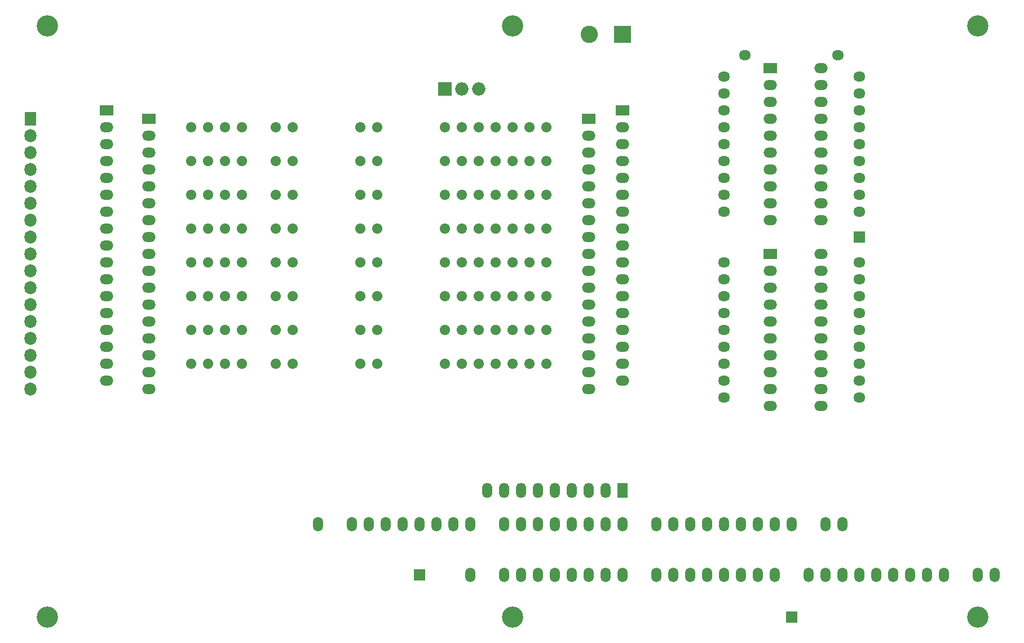
<source format=gbr>
%TF.GenerationSoftware,KiCad,Pcbnew,(5.1.8)-1*%
%TF.CreationDate,2024-06-20T22:43:38+03:00*%
%TF.ProjectId,MUX16bit,4d555831-3662-4697-942e-6b696361645f,rev?*%
%TF.SameCoordinates,Original*%
%TF.FileFunction,Soldermask,Top*%
%TF.FilePolarity,Negative*%
%FSLAX46Y46*%
G04 Gerber Fmt 4.6, Leading zero omitted, Abs format (unit mm)*
G04 Created by KiCad (PCBNEW (5.1.8)-1) date 2024-06-20 22:43:38*
%MOMM*%
%LPD*%
G01*
G04 APERTURE LIST*
%ADD10R,1.700000X1.700000*%
%ADD11O,1.800000X1.500000*%
%ADD12O,1.600000X1.524000*%
%ADD13O,1.500000X2.300000*%
%ADD14R,1.500000X2.300000*%
%ADD15O,2.000000X1.500000*%
%ADD16R,2.000000X1.500000*%
%ADD17O,1.500000X2.200000*%
%ADD18C,3.200000*%
%ADD19O,1.800000X2.000000*%
%ADD20R,1.800000X2.000000*%
%ADD21C,2.600000*%
%ADD22R,2.600000X2.600000*%
%ADD23O,2.000000X2.000000*%
%ADD24R,2.000000X2.000000*%
G04 APERTURE END LIST*
D10*
%TO.C,J11*%
X139700000Y-49530000D03*
%TD*%
%TO.C,J10*%
X73660000Y-100330000D03*
%TD*%
D11*
%TO.C,U9*%
X122555000Y-22225000D03*
X136525000Y-22225000D03*
X119380000Y-73660000D03*
X119380000Y-71120000D03*
X119380000Y-68580000D03*
X119380000Y-66040000D03*
X119380000Y-63500000D03*
X119380000Y-60960000D03*
X119380000Y-58420000D03*
X119380000Y-55880000D03*
X119380000Y-53340000D03*
X119380000Y-45720000D03*
X119380000Y-43180000D03*
X119380000Y-40640000D03*
X119380000Y-38100000D03*
X119380000Y-35560000D03*
X119380000Y-33020000D03*
X119380000Y-30480000D03*
X119380000Y-27940000D03*
X119380000Y-25400000D03*
X139700000Y-25400000D03*
X139700000Y-27940000D03*
X139700000Y-30480000D03*
X139700000Y-33020000D03*
X139700000Y-35560000D03*
X139700000Y-38100000D03*
X139700000Y-40640000D03*
X139700000Y-43180000D03*
X139700000Y-45720000D03*
X139700000Y-53340000D03*
X139700000Y-55880000D03*
X139700000Y-58420000D03*
X139700000Y-60960000D03*
X139700000Y-63500000D03*
X139700000Y-66040000D03*
X139700000Y-68580000D03*
X139700000Y-71120000D03*
X139700000Y-73660000D03*
%TD*%
D12*
%TO.C,U8*%
X92710000Y-33020000D03*
X90170000Y-33020000D03*
X87630000Y-33020000D03*
X85090000Y-33020000D03*
X82550000Y-33020000D03*
X80010000Y-33020000D03*
X77470000Y-33020000D03*
X67310000Y-33020000D03*
X64770000Y-33020000D03*
X54610000Y-33020000D03*
X52070000Y-33020000D03*
X46990000Y-33020000D03*
X44450000Y-33020000D03*
X41910000Y-33020000D03*
X39370000Y-33020000D03*
%TD*%
%TO.C,U7*%
X92710000Y-38100000D03*
X90170000Y-38100000D03*
X87630000Y-38100000D03*
X85090000Y-38100000D03*
X82550000Y-38100000D03*
X80010000Y-38100000D03*
X77470000Y-38100000D03*
X67310000Y-38100000D03*
X64770000Y-38100000D03*
X54610000Y-38100000D03*
X52070000Y-38100000D03*
X46990000Y-38100000D03*
X44450000Y-38100000D03*
X41910000Y-38100000D03*
X39370000Y-38100000D03*
%TD*%
%TO.C,U6*%
X92710000Y-43180000D03*
X90170000Y-43180000D03*
X87630000Y-43180000D03*
X85090000Y-43180000D03*
X82550000Y-43180000D03*
X80010000Y-43180000D03*
X77470000Y-43180000D03*
X67310000Y-43180000D03*
X64770000Y-43180000D03*
X54610000Y-43180000D03*
X52070000Y-43180000D03*
X46990000Y-43180000D03*
X44450000Y-43180000D03*
X41910000Y-43180000D03*
X39370000Y-43180000D03*
%TD*%
%TO.C,U5*%
X92710000Y-48260000D03*
X90170000Y-48260000D03*
X87630000Y-48260000D03*
X85090000Y-48260000D03*
X82550000Y-48260000D03*
X80010000Y-48260000D03*
X77470000Y-48260000D03*
X67310000Y-48260000D03*
X64770000Y-48260000D03*
X54610000Y-48260000D03*
X52070000Y-48260000D03*
X46990000Y-48260000D03*
X44450000Y-48260000D03*
X41910000Y-48260000D03*
X39370000Y-48260000D03*
%TD*%
%TO.C,U4*%
X92710000Y-53340000D03*
X90170000Y-53340000D03*
X87630000Y-53340000D03*
X85090000Y-53340000D03*
X82550000Y-53340000D03*
X80010000Y-53340000D03*
X77470000Y-53340000D03*
X67310000Y-53340000D03*
X64770000Y-53340000D03*
X54610000Y-53340000D03*
X52070000Y-53340000D03*
X46990000Y-53340000D03*
X44450000Y-53340000D03*
X41910000Y-53340000D03*
X39370000Y-53340000D03*
%TD*%
%TO.C,U3*%
X92710000Y-58420000D03*
X90170000Y-58420000D03*
X87630000Y-58420000D03*
X85090000Y-58420000D03*
X82550000Y-58420000D03*
X80010000Y-58420000D03*
X77470000Y-58420000D03*
X67310000Y-58420000D03*
X64770000Y-58420000D03*
X54610000Y-58420000D03*
X52070000Y-58420000D03*
X46990000Y-58420000D03*
X44450000Y-58420000D03*
X41910000Y-58420000D03*
X39370000Y-58420000D03*
%TD*%
%TO.C,U2*%
X92710000Y-63500000D03*
X90170000Y-63500000D03*
X87630000Y-63500000D03*
X85090000Y-63500000D03*
X82550000Y-63500000D03*
X80010000Y-63500000D03*
X77470000Y-63500000D03*
X67310000Y-63500000D03*
X64770000Y-63500000D03*
X54610000Y-63500000D03*
X52070000Y-63500000D03*
X46990000Y-63500000D03*
X44450000Y-63500000D03*
X41910000Y-63500000D03*
X39370000Y-63500000D03*
%TD*%
%TO.C,U1*%
X92710000Y-68580000D03*
X90170000Y-68580000D03*
X87630000Y-68580000D03*
X85090000Y-68580000D03*
X82550000Y-68580000D03*
X80010000Y-68580000D03*
X77470000Y-68580000D03*
X67310000Y-68580000D03*
X64770000Y-68580000D03*
X54610000Y-68580000D03*
X52070000Y-68580000D03*
X46990000Y-68580000D03*
X44450000Y-68580000D03*
X41910000Y-68580000D03*
X39370000Y-68580000D03*
%TD*%
D13*
%TO.C,J9*%
X83820000Y-87630000D03*
X86360000Y-87630000D03*
X88900000Y-87630000D03*
X91440000Y-87630000D03*
X93980000Y-87630000D03*
X96520000Y-87630000D03*
X99060000Y-87630000D03*
X101600000Y-87630000D03*
D14*
X104140000Y-87630000D03*
%TD*%
D15*
%TO.C,U14*%
X133985000Y-24130000D03*
X126365000Y-46990000D03*
X133985000Y-26670000D03*
X126365000Y-44450000D03*
X133985000Y-29210000D03*
X126365000Y-41910000D03*
X133985000Y-31750000D03*
X126365000Y-39370000D03*
X133985000Y-34290000D03*
X126365000Y-36830000D03*
X133985000Y-36830000D03*
X126365000Y-34290000D03*
X133985000Y-39370000D03*
X126365000Y-31750000D03*
X133985000Y-41910000D03*
X126365000Y-29210000D03*
X133985000Y-44450000D03*
X126365000Y-26670000D03*
X133985000Y-46990000D03*
D16*
X126365000Y-24130000D03*
%TD*%
D15*
%TO.C,U13*%
X133985000Y-52070000D03*
X126365000Y-74930000D03*
X133985000Y-54610000D03*
X126365000Y-72390000D03*
X133985000Y-57150000D03*
X126365000Y-69850000D03*
X133985000Y-59690000D03*
X126365000Y-67310000D03*
X133985000Y-62230000D03*
X126365000Y-64770000D03*
X133985000Y-64770000D03*
X126365000Y-62230000D03*
X133985000Y-67310000D03*
X126365000Y-59690000D03*
X133985000Y-69850000D03*
X126365000Y-57150000D03*
X133985000Y-72390000D03*
X126365000Y-54610000D03*
X133985000Y-74930000D03*
D16*
X126365000Y-52070000D03*
%TD*%
D17*
%TO.C,U12*%
X160020000Y-100330000D03*
X157480000Y-100330000D03*
X152400000Y-100330000D03*
X149860000Y-100330000D03*
X147320000Y-100330000D03*
X144780000Y-100330000D03*
X142240000Y-100330000D03*
X139700000Y-100330000D03*
X137160000Y-100330000D03*
X134620000Y-100330000D03*
X132080000Y-100330000D03*
X127000000Y-100330000D03*
X124460000Y-100330000D03*
X121920000Y-100330000D03*
X119380000Y-100330000D03*
X116840000Y-100330000D03*
X114300000Y-100330000D03*
X111760000Y-100330000D03*
X109220000Y-100330000D03*
X104140000Y-100330000D03*
X101600000Y-100330000D03*
X99060000Y-100330000D03*
X96520000Y-100330000D03*
X93980000Y-100330000D03*
X91440000Y-100330000D03*
X88900000Y-100330000D03*
X86360000Y-100330000D03*
X81280000Y-100330000D03*
%TD*%
%TO.C,U11*%
X137160000Y-92710000D03*
X134620000Y-92710000D03*
X129540000Y-92710000D03*
X127000000Y-92710000D03*
X124460000Y-92710000D03*
X121920000Y-92710000D03*
X119380000Y-92710000D03*
X116840000Y-92710000D03*
X114300000Y-92710000D03*
X111760000Y-92710000D03*
X109220000Y-92710000D03*
X104140000Y-92710000D03*
X101600000Y-92710000D03*
X99060000Y-92710000D03*
X96520000Y-92710000D03*
X93980000Y-92710000D03*
X91440000Y-92710000D03*
X88900000Y-92710000D03*
X86360000Y-92710000D03*
X81280000Y-92710000D03*
X78740000Y-92710000D03*
X76200000Y-92710000D03*
X73660000Y-92710000D03*
X71120000Y-92710000D03*
X68580000Y-92710000D03*
X66040000Y-92710000D03*
X63500000Y-92710000D03*
X58420000Y-92710000D03*
%TD*%
D18*
%TO.C,H6*%
X87630000Y-106680000D03*
%TD*%
%TO.C,H5*%
X87630000Y-17780000D03*
%TD*%
D19*
%TO.C,J5*%
X15240000Y-72390000D03*
X15240000Y-69850000D03*
X15240000Y-67310000D03*
X15240000Y-64770000D03*
X15240000Y-62230000D03*
X15240000Y-59690000D03*
X15240000Y-57150000D03*
X15240000Y-54610000D03*
X15240000Y-52070000D03*
X15240000Y-49530000D03*
X15240000Y-46990000D03*
X15240000Y-44450000D03*
X15240000Y-41910000D03*
X15240000Y-39370000D03*
X15240000Y-36830000D03*
X15240000Y-34290000D03*
D20*
X15240000Y-31750000D03*
%TD*%
D15*
%TO.C,J4*%
X104140000Y-71120000D03*
X104140000Y-68580000D03*
X104140000Y-66040000D03*
X104140000Y-63500000D03*
X104140000Y-60960000D03*
X104140000Y-58420000D03*
X104140000Y-55880000D03*
X104140000Y-53340000D03*
X104140000Y-50800000D03*
X104140000Y-48260000D03*
X104140000Y-45720000D03*
X104140000Y-43180000D03*
X104140000Y-40640000D03*
X104140000Y-38100000D03*
X104140000Y-35560000D03*
X104140000Y-33020000D03*
D16*
X104140000Y-30480000D03*
%TD*%
D15*
%TO.C,J3*%
X99060000Y-72390000D03*
X99060000Y-69850000D03*
X99060000Y-67310000D03*
X99060000Y-64770000D03*
X99060000Y-62230000D03*
X99060000Y-59690000D03*
X99060000Y-57150000D03*
X99060000Y-54610000D03*
X99060000Y-52070000D03*
X99060000Y-49530000D03*
X99060000Y-46990000D03*
X99060000Y-44450000D03*
X99060000Y-41910000D03*
X99060000Y-39370000D03*
X99060000Y-36830000D03*
X99060000Y-34290000D03*
D16*
X99060000Y-31750000D03*
%TD*%
D15*
%TO.C,J2*%
X33020000Y-72390000D03*
X33020000Y-69850000D03*
X33020000Y-67310000D03*
X33020000Y-64770000D03*
X33020000Y-62230000D03*
X33020000Y-59690000D03*
X33020000Y-57150000D03*
X33020000Y-54610000D03*
X33020000Y-52070000D03*
X33020000Y-49530000D03*
X33020000Y-46990000D03*
X33020000Y-44450000D03*
X33020000Y-41910000D03*
X33020000Y-39370000D03*
X33020000Y-36830000D03*
X33020000Y-34290000D03*
D16*
X33020000Y-31750000D03*
%TD*%
D15*
%TO.C,J1*%
X26670000Y-71120000D03*
X26670000Y-68580000D03*
X26670000Y-66040000D03*
X26670000Y-63500000D03*
X26670000Y-60960000D03*
X26670000Y-58420000D03*
X26670000Y-55880000D03*
X26670000Y-53340000D03*
X26670000Y-50800000D03*
X26670000Y-48260000D03*
X26670000Y-45720000D03*
X26670000Y-43180000D03*
X26670000Y-40640000D03*
X26670000Y-38100000D03*
X26670000Y-35560000D03*
X26670000Y-33020000D03*
D16*
X26670000Y-30480000D03*
%TD*%
D18*
%TO.C,H4*%
X157480000Y-17780000D03*
%TD*%
%TO.C,H3*%
X17780000Y-17780000D03*
%TD*%
%TO.C,H2*%
X157480000Y-106680000D03*
%TD*%
%TO.C,H1*%
X17780000Y-106680000D03*
%TD*%
D21*
%TO.C,J8*%
X99140000Y-19050000D03*
D22*
X104140000Y-19050000D03*
%TD*%
D23*
%TO.C,J7*%
X82550000Y-27305000D03*
X80010000Y-27305000D03*
D24*
X77470000Y-27305000D03*
%TD*%
D10*
%TO.C,J6*%
X129540000Y-106680000D03*
%TD*%
M02*

</source>
